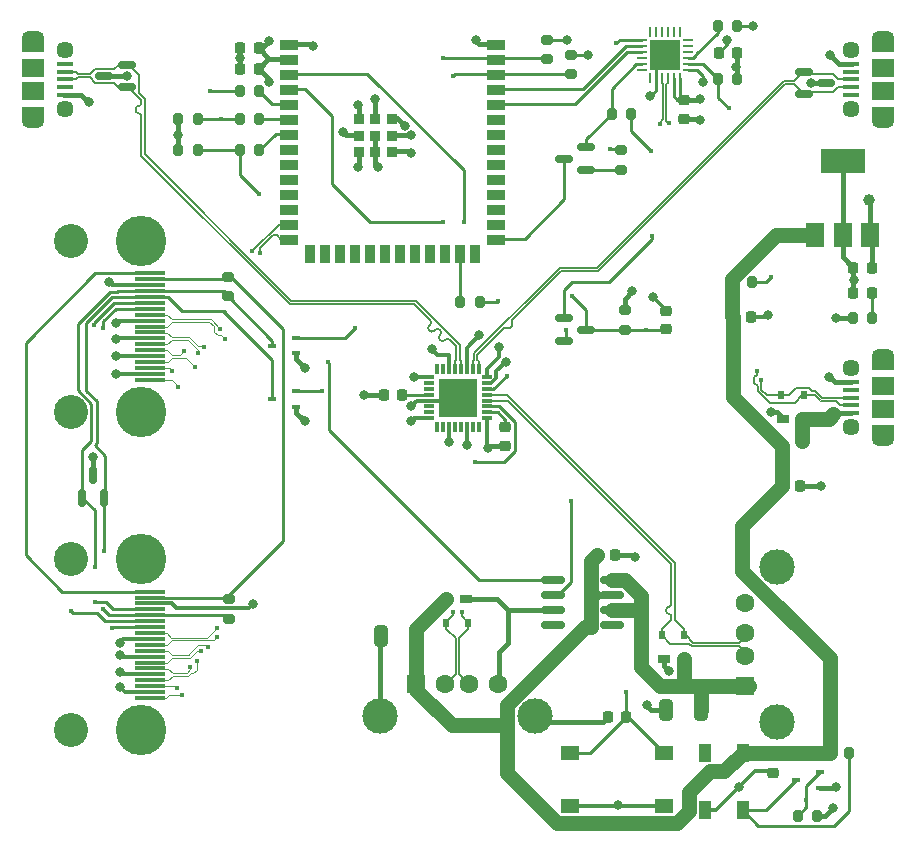
<source format=gtl>
G04 #@! TF.GenerationSoftware,KiCad,Pcbnew,(6.0.8)*
G04 #@! TF.CreationDate,2022-10-29T11:40:11-07:00*
G04 #@! TF.ProjectId,EasyKVM,45617379-4b56-44d2-9e6b-696361645f70,rev?*
G04 #@! TF.SameCoordinates,Original*
G04 #@! TF.FileFunction,Copper,L1,Top*
G04 #@! TF.FilePolarity,Positive*
%FSLAX46Y46*%
G04 Gerber Fmt 4.6, Leading zero omitted, Abs format (unit mm)*
G04 Created by KiCad (PCBNEW (6.0.8)) date 2022-10-29 11:40:11*
%MOMM*%
%LPD*%
G01*
G04 APERTURE LIST*
G04 Aperture macros list*
%AMRoundRect*
0 Rectangle with rounded corners*
0 $1 Rounding radius*
0 $2 $3 $4 $5 $6 $7 $8 $9 X,Y pos of 4 corners*
0 Add a 4 corners polygon primitive as box body*
4,1,4,$2,$3,$4,$5,$6,$7,$8,$9,$2,$3,0*
0 Add four circle primitives for the rounded corners*
1,1,$1+$1,$2,$3*
1,1,$1+$1,$4,$5*
1,1,$1+$1,$6,$7*
1,1,$1+$1,$8,$9*
0 Add four rect primitives between the rounded corners*
20,1,$1+$1,$2,$3,$4,$5,0*
20,1,$1+$1,$4,$5,$6,$7,0*
20,1,$1+$1,$6,$7,$8,$9,0*
20,1,$1+$1,$8,$9,$2,$3,0*%
G04 Aperture macros list end*
G04 #@! TA.AperFunction,SMDPad,CuDef*
%ADD10RoundRect,0.200000X0.200000X0.275000X-0.200000X0.275000X-0.200000X-0.275000X0.200000X-0.275000X0*%
G04 #@! TD*
G04 #@! TA.AperFunction,SMDPad,CuDef*
%ADD11RoundRect,0.200000X-0.275000X0.200000X-0.275000X-0.200000X0.275000X-0.200000X0.275000X0.200000X0*%
G04 #@! TD*
G04 #@! TA.AperFunction,SMDPad,CuDef*
%ADD12RoundRect,0.225000X-0.225000X-0.250000X0.225000X-0.250000X0.225000X0.250000X-0.225000X0.250000X0*%
G04 #@! TD*
G04 #@! TA.AperFunction,SMDPad,CuDef*
%ADD13R,2.600000X0.300000*%
G04 #@! TD*
G04 #@! TA.AperFunction,ComponentPad*
%ADD14C,4.275000*%
G04 #@! TD*
G04 #@! TA.AperFunction,ComponentPad*
%ADD15C,2.880000*%
G04 #@! TD*
G04 #@! TA.AperFunction,SMDPad,CuDef*
%ADD16RoundRect,0.225000X0.225000X0.250000X-0.225000X0.250000X-0.225000X-0.250000X0.225000X-0.250000X0*%
G04 #@! TD*
G04 #@! TA.AperFunction,SMDPad,CuDef*
%ADD17RoundRect,0.200000X-0.200000X-0.275000X0.200000X-0.275000X0.200000X0.275000X-0.200000X0.275000X0*%
G04 #@! TD*
G04 #@! TA.AperFunction,SMDPad,CuDef*
%ADD18RoundRect,0.225000X-0.250000X0.225000X-0.250000X-0.225000X0.250000X-0.225000X0.250000X0.225000X0*%
G04 #@! TD*
G04 #@! TA.AperFunction,SMDPad,CuDef*
%ADD19RoundRect,0.200000X0.275000X-0.200000X0.275000X0.200000X-0.275000X0.200000X-0.275000X-0.200000X0*%
G04 #@! TD*
G04 #@! TA.AperFunction,SMDPad,CuDef*
%ADD20R,1.000000X0.700000*%
G04 #@! TD*
G04 #@! TA.AperFunction,SMDPad,CuDef*
%ADD21R,0.600000X0.700000*%
G04 #@! TD*
G04 #@! TA.AperFunction,SMDPad,CuDef*
%ADD22R,1.350000X0.400000*%
G04 #@! TD*
G04 #@! TA.AperFunction,SMDPad,CuDef*
%ADD23R,1.900000X1.200000*%
G04 #@! TD*
G04 #@! TA.AperFunction,ComponentPad*
%ADD24O,1.900000X1.200000*%
G04 #@! TD*
G04 #@! TA.AperFunction,SMDPad,CuDef*
%ADD25R,1.900000X1.500000*%
G04 #@! TD*
G04 #@! TA.AperFunction,ComponentPad*
%ADD26C,1.450000*%
G04 #@! TD*
G04 #@! TA.AperFunction,SMDPad,CuDef*
%ADD27R,0.700000X0.450000*%
G04 #@! TD*
G04 #@! TA.AperFunction,ComponentPad*
%ADD28R,1.600000X1.500000*%
G04 #@! TD*
G04 #@! TA.AperFunction,ComponentPad*
%ADD29C,1.600000*%
G04 #@! TD*
G04 #@! TA.AperFunction,ComponentPad*
%ADD30C,3.000000*%
G04 #@! TD*
G04 #@! TA.AperFunction,ComponentPad*
%ADD31R,1.500000X1.600000*%
G04 #@! TD*
G04 #@! TA.AperFunction,SMDPad,CuDef*
%ADD32RoundRect,0.225000X0.250000X-0.225000X0.250000X0.225000X-0.250000X0.225000X-0.250000X-0.225000X0*%
G04 #@! TD*
G04 #@! TA.AperFunction,SMDPad,CuDef*
%ADD33RoundRect,0.150000X-0.587500X-0.150000X0.587500X-0.150000X0.587500X0.150000X-0.587500X0.150000X0*%
G04 #@! TD*
G04 #@! TA.AperFunction,SMDPad,CuDef*
%ADD34R,0.600000X0.450000*%
G04 #@! TD*
G04 #@! TA.AperFunction,SMDPad,CuDef*
%ADD35R,1.500000X2.000000*%
G04 #@! TD*
G04 #@! TA.AperFunction,SMDPad,CuDef*
%ADD36R,3.800000X2.000000*%
G04 #@! TD*
G04 #@! TA.AperFunction,SMDPad,CuDef*
%ADD37RoundRect,0.062500X0.062500X-0.350000X0.062500X0.350000X-0.062500X0.350000X-0.062500X-0.350000X0*%
G04 #@! TD*
G04 #@! TA.AperFunction,SMDPad,CuDef*
%ADD38RoundRect,0.062500X0.350000X-0.062500X0.350000X0.062500X-0.350000X0.062500X-0.350000X-0.062500X0*%
G04 #@! TD*
G04 #@! TA.AperFunction,SMDPad,CuDef*
%ADD39R,2.600000X2.600000*%
G04 #@! TD*
G04 #@! TA.AperFunction,SMDPad,CuDef*
%ADD40RoundRect,0.150000X0.587500X0.150000X-0.587500X0.150000X-0.587500X-0.150000X0.587500X-0.150000X0*%
G04 #@! TD*
G04 #@! TA.AperFunction,SMDPad,CuDef*
%ADD41R,0.850000X0.300000*%
G04 #@! TD*
G04 #@! TA.AperFunction,SMDPad,CuDef*
%ADD42R,0.300000X0.850000*%
G04 #@! TD*
G04 #@! TA.AperFunction,SMDPad,CuDef*
%ADD43R,3.200000X3.200000*%
G04 #@! TD*
G04 #@! TA.AperFunction,SMDPad,CuDef*
%ADD44RoundRect,0.150000X0.150000X-0.587500X0.150000X0.587500X-0.150000X0.587500X-0.150000X-0.587500X0*%
G04 #@! TD*
G04 #@! TA.AperFunction,SMDPad,CuDef*
%ADD45R,1.500000X0.900000*%
G04 #@! TD*
G04 #@! TA.AperFunction,SMDPad,CuDef*
%ADD46R,0.900000X1.500000*%
G04 #@! TD*
G04 #@! TA.AperFunction,SMDPad,CuDef*
%ADD47R,0.900000X0.900000*%
G04 #@! TD*
G04 #@! TA.AperFunction,SMDPad,CuDef*
%ADD48R,1.550000X1.300000*%
G04 #@! TD*
G04 #@! TA.AperFunction,SMDPad,CuDef*
%ADD49RoundRect,0.150000X-0.825000X-0.150000X0.825000X-0.150000X0.825000X0.150000X-0.825000X0.150000X0*%
G04 #@! TD*
G04 #@! TA.AperFunction,SMDPad,CuDef*
%ADD50RoundRect,0.250000X0.325000X0.650000X-0.325000X0.650000X-0.325000X-0.650000X0.325000X-0.650000X0*%
G04 #@! TD*
G04 #@! TA.AperFunction,SMDPad,CuDef*
%ADD51R,1.000000X1.500000*%
G04 #@! TD*
G04 #@! TA.AperFunction,SMDPad,CuDef*
%ADD52RoundRect,0.250000X-0.325000X-0.650000X0.325000X-0.650000X0.325000X0.650000X-0.325000X0.650000X0*%
G04 #@! TD*
G04 #@! TA.AperFunction,ViaPad*
%ADD53C,0.450000*%
G04 #@! TD*
G04 #@! TA.AperFunction,ViaPad*
%ADD54C,0.800000*%
G04 #@! TD*
G04 #@! TA.AperFunction,ViaPad*
%ADD55C,1.000000*%
G04 #@! TD*
G04 #@! TA.AperFunction,Conductor*
%ADD56C,0.250000*%
G04 #@! TD*
G04 #@! TA.AperFunction,Conductor*
%ADD57C,0.400000*%
G04 #@! TD*
G04 #@! TA.AperFunction,Conductor*
%ADD58C,1.270000*%
G04 #@! TD*
G04 #@! TA.AperFunction,Conductor*
%ADD59C,0.600000*%
G04 #@! TD*
G04 #@! TA.AperFunction,Conductor*
%ADD60C,0.300000*%
G04 #@! TD*
G04 #@! TA.AperFunction,Conductor*
%ADD61C,0.175006*%
G04 #@! TD*
G04 #@! TA.AperFunction,Conductor*
%ADD62C,0.125984*%
G04 #@! TD*
G04 APERTURE END LIST*
D10*
X166565000Y-123780000D03*
X164915000Y-123780000D03*
D11*
X145610000Y-123115000D03*
X145610000Y-124765000D03*
D12*
X158925000Y-138000000D03*
X160475000Y-138000000D03*
D13*
X105415000Y-128980000D03*
X105415000Y-128480000D03*
X105415000Y-127980000D03*
X105415000Y-127480000D03*
X105415000Y-126980000D03*
X105415000Y-126480000D03*
X105415000Y-125980000D03*
X105415000Y-125480000D03*
X105415000Y-124980000D03*
X105415000Y-124480000D03*
X105415000Y-123980000D03*
X105415000Y-123480000D03*
X105415000Y-122980000D03*
X105415000Y-122480000D03*
X105415000Y-121980000D03*
X105415000Y-121480000D03*
X105415000Y-120980000D03*
X105415000Y-120480000D03*
X105415000Y-119980000D03*
D14*
X104655000Y-117230000D03*
X104655000Y-131730000D03*
D15*
X98695000Y-117230000D03*
X98695000Y-131730000D03*
D10*
X164605000Y-160575000D03*
X162955000Y-160575000D03*
D16*
X145750000Y-157500000D03*
X144200000Y-157500000D03*
D17*
X144495000Y-106470000D03*
X146145000Y-106470000D03*
D18*
X135500000Y-133005000D03*
X135500000Y-134555000D03*
D12*
X143275000Y-143810000D03*
X144825000Y-143810000D03*
D19*
X112000000Y-121900000D03*
X112000000Y-120250000D03*
D20*
X159050000Y-132300000D03*
D21*
X160750000Y-132300000D03*
X160750000Y-130300000D03*
X158850000Y-130300000D03*
D10*
X109455000Y-109550000D03*
X107805000Y-109550000D03*
D22*
X164767500Y-131800000D03*
X164767500Y-131150000D03*
X164767500Y-130500000D03*
X164767500Y-129850000D03*
X164767500Y-129200000D03*
D23*
X167467500Y-133400000D03*
D24*
X167467500Y-134000000D03*
X167467500Y-127000000D03*
D25*
X167467500Y-129500000D03*
X167467500Y-131500000D03*
D26*
X164767500Y-133000000D03*
X164767500Y-128000000D03*
D23*
X167467500Y-127600000D03*
D13*
X105415000Y-155929500D03*
X105415000Y-155429500D03*
X105415000Y-154929500D03*
X105415000Y-154429500D03*
X105415000Y-153929500D03*
X105415000Y-153429500D03*
X105415000Y-152929500D03*
X105415000Y-152429500D03*
X105415000Y-151929500D03*
X105415000Y-151429500D03*
X105415000Y-150929500D03*
X105415000Y-150429500D03*
X105415000Y-149929500D03*
X105415000Y-149429500D03*
X105415000Y-148929500D03*
X105415000Y-148429500D03*
X105415000Y-147929500D03*
X105415000Y-147429500D03*
X105415000Y-146929500D03*
D14*
X104655000Y-144179500D03*
X104655000Y-158679500D03*
D15*
X98695000Y-144179500D03*
X98695000Y-158679500D03*
D17*
X107805000Y-106910000D03*
X109455000Y-106910000D03*
D22*
X98212500Y-102250000D03*
X98212500Y-102900000D03*
X98212500Y-103550000D03*
X98212500Y-104200000D03*
X98212500Y-104850000D03*
D25*
X95512500Y-102550000D03*
D23*
X95512500Y-106450000D03*
D24*
X95512500Y-100050000D03*
D26*
X98212500Y-101050000D03*
D24*
X95512500Y-107050000D03*
D25*
X95512500Y-104550000D03*
D23*
X95512500Y-100650000D03*
D26*
X98212500Y-106050000D03*
D27*
X117770000Y-131260000D03*
X117770000Y-129960000D03*
X115770000Y-130610000D03*
D28*
X127920000Y-154780000D03*
D29*
X130420000Y-154780000D03*
X132420000Y-154780000D03*
X134920000Y-154780000D03*
D30*
X124850000Y-157490000D03*
X137990000Y-157490000D03*
D31*
X155790000Y-154900000D03*
D29*
X155790000Y-152400000D03*
X155790000Y-150400000D03*
X155790000Y-147900000D03*
D30*
X158500000Y-144830000D03*
X158500000Y-157970000D03*
D12*
X153555000Y-101290000D03*
X155105000Y-101290000D03*
D32*
X149080000Y-124715000D03*
X149080000Y-123165000D03*
D19*
X139060000Y-101855000D03*
X139060000Y-100205000D03*
D16*
X114615000Y-100890000D03*
X113065000Y-100890000D03*
D10*
X155155000Y-103540000D03*
X153505000Y-103540000D03*
D17*
X113015000Y-106890000D03*
X114665000Y-106890000D03*
D20*
X148950000Y-152640000D03*
D21*
X150650000Y-152640000D03*
X150650000Y-150640000D03*
X148750000Y-150640000D03*
D33*
X140472500Y-123800000D03*
X140472500Y-125700000D03*
X142347500Y-124750000D03*
D17*
X160245000Y-165940000D03*
X161895000Y-165940000D03*
X131685000Y-122420000D03*
X133335000Y-122420000D03*
D34*
X158650000Y-134300000D03*
X160750000Y-134300000D03*
D35*
X161750000Y-116740000D03*
D36*
X164050000Y-110440000D03*
D35*
X164050000Y-116740000D03*
X166350000Y-116740000D03*
D32*
X158150000Y-162295000D03*
X158150000Y-160745000D03*
D27*
X162130000Y-163510000D03*
X162130000Y-162210000D03*
X160130000Y-162860000D03*
X117770000Y-126750000D03*
X117770000Y-125450000D03*
X115770000Y-126100000D03*
D19*
X112090000Y-149210000D03*
X112090000Y-147560000D03*
D22*
X164767500Y-104850000D03*
X164767500Y-104200000D03*
X164767500Y-103550000D03*
X164767500Y-102900000D03*
X164767500Y-102250000D03*
D24*
X167467500Y-100050000D03*
D25*
X167467500Y-104550000D03*
D26*
X164767500Y-106050000D03*
D24*
X167467500Y-107050000D03*
D26*
X164767500Y-101050000D03*
D23*
X167467500Y-100650000D03*
X167467500Y-106450000D03*
D25*
X167467500Y-102550000D03*
D17*
X113015000Y-109550000D03*
X114665000Y-109550000D03*
D12*
X125225000Y-130250000D03*
X126775000Y-130250000D03*
X164965000Y-121635000D03*
X166515000Y-121635000D03*
D19*
X141040000Y-103130000D03*
X141040000Y-101480000D03*
D37*
X147750000Y-103417500D03*
X148250000Y-103417500D03*
X148750000Y-103417500D03*
X149250000Y-103417500D03*
X149750000Y-103417500D03*
X150250000Y-103417500D03*
D38*
X150937500Y-102730000D03*
X150937500Y-102230000D03*
X150937500Y-101730000D03*
X150937500Y-101230000D03*
X150937500Y-100730000D03*
X150937500Y-100230000D03*
D37*
X150250000Y-99542500D03*
X149750000Y-99542500D03*
X149250000Y-99542500D03*
X148750000Y-99542500D03*
X148250000Y-99542500D03*
X147750000Y-99542500D03*
D38*
X147062500Y-100230000D03*
X147062500Y-100730000D03*
X147062500Y-101230000D03*
X147062500Y-101730000D03*
X147062500Y-102230000D03*
X147062500Y-102730000D03*
D39*
X149000000Y-101480000D03*
D40*
X103437500Y-104200000D03*
X103437500Y-102300000D03*
X101562500Y-103250000D03*
D41*
X133950000Y-132250000D03*
X133950000Y-131750000D03*
X133950000Y-131250000D03*
X133950000Y-130750000D03*
X133950000Y-130250000D03*
X133950000Y-129750000D03*
X133950000Y-129250000D03*
X133950000Y-128750000D03*
D42*
X133250000Y-128050000D03*
X132750000Y-128050000D03*
X132250000Y-128050000D03*
X131750000Y-128050000D03*
X131250000Y-128050000D03*
X130750000Y-128050000D03*
X130250000Y-128050000D03*
X129750000Y-128050000D03*
D41*
X129050000Y-128750000D03*
X129050000Y-129250000D03*
X129050000Y-129750000D03*
X129050000Y-130250000D03*
X129050000Y-130750000D03*
X129050000Y-131250000D03*
X129050000Y-131750000D03*
X129050000Y-132250000D03*
D42*
X129750000Y-132950000D03*
X130250000Y-132950000D03*
X130750000Y-132950000D03*
X131250000Y-132950000D03*
X131750000Y-132950000D03*
X132250000Y-132950000D03*
X132750000Y-132950000D03*
X133250000Y-132950000D03*
D43*
X131500000Y-130500000D03*
D44*
X99662500Y-138967500D03*
X101562500Y-138967500D03*
X100612500Y-137092500D03*
D17*
X154705000Y-120740000D03*
X156355000Y-120740000D03*
D45*
X117225000Y-100610000D03*
X117225000Y-101880000D03*
X117225000Y-103150000D03*
X117225000Y-104420000D03*
X117225000Y-105690000D03*
X117225000Y-106960000D03*
X117225000Y-108230000D03*
X117225000Y-109500000D03*
X117225000Y-110770000D03*
X117225000Y-112040000D03*
X117225000Y-113310000D03*
X117225000Y-114580000D03*
X117225000Y-115850000D03*
X117225000Y-117120000D03*
D46*
X118990000Y-118370000D03*
X120260000Y-118370000D03*
X121530000Y-118370000D03*
X122800000Y-118370000D03*
X124070000Y-118370000D03*
X125340000Y-118370000D03*
X126610000Y-118370000D03*
X127880000Y-118370000D03*
X129150000Y-118370000D03*
X130420000Y-118370000D03*
X131690000Y-118370000D03*
X132960000Y-118370000D03*
D45*
X134725000Y-117120000D03*
X134725000Y-115850000D03*
X134725000Y-114580000D03*
X134725000Y-113310000D03*
X134725000Y-112040000D03*
X134725000Y-110770000D03*
X134725000Y-109500000D03*
X134725000Y-108230000D03*
X134725000Y-106960000D03*
X134725000Y-105690000D03*
X134725000Y-104420000D03*
X134725000Y-103150000D03*
X134725000Y-101880000D03*
X134725000Y-100610000D03*
D47*
X124475000Y-108330000D03*
X124475000Y-106930000D03*
X125875000Y-109730000D03*
X124475000Y-109730000D03*
X123075000Y-108330000D03*
X123075000Y-106930000D03*
X125875000Y-108330000D03*
X123075000Y-109730000D03*
X125875000Y-106930000D03*
D48*
X141000000Y-165050000D03*
X148950000Y-165050000D03*
X148950000Y-160550000D03*
X141000000Y-160550000D03*
D16*
X114615000Y-102640000D03*
X113065000Y-102640000D03*
D33*
X160762500Y-102925000D03*
X160762500Y-104825000D03*
X162637500Y-103875000D03*
D17*
X113015000Y-104520000D03*
X114665000Y-104520000D03*
D10*
X155155000Y-99040000D03*
X153505000Y-99040000D03*
D49*
X139575000Y-145955000D03*
X139575000Y-147225000D03*
X139575000Y-148495000D03*
X139575000Y-149765000D03*
X144525000Y-149765000D03*
X144525000Y-148495000D03*
X144525000Y-147225000D03*
X144525000Y-145955000D03*
D40*
X142347500Y-111215000D03*
X142347500Y-109315000D03*
X140472500Y-110265000D03*
D50*
X127925000Y-150650000D03*
X124975000Y-150650000D03*
D11*
X145320000Y-109565000D03*
X145320000Y-111215000D03*
D51*
X152405000Y-165450000D03*
X155605000Y-165450000D03*
X155605000Y-160550000D03*
X152405000Y-160550000D03*
D16*
X156305000Y-123680000D03*
X154755000Y-123680000D03*
D20*
X132175000Y-147540000D03*
D21*
X130475000Y-147540000D03*
X130475000Y-149540000D03*
X132375000Y-149540000D03*
D12*
X164965000Y-119490000D03*
X166515000Y-119490000D03*
D18*
X150600000Y-105325000D03*
X150600000Y-106875000D03*
D52*
X149100000Y-156970000D03*
X152050000Y-156970000D03*
D53*
X160990000Y-164580000D03*
X134875000Y-122345000D03*
D54*
X118500000Y-128000000D03*
X156500000Y-99000000D03*
D55*
X166250000Y-113750000D03*
D54*
X115500000Y-100318500D03*
X115500000Y-103750000D03*
X152000000Y-105250000D03*
X152250000Y-103750000D03*
X140750000Y-100250000D03*
X163250000Y-165250000D03*
X142500000Y-101500000D03*
X163500000Y-123750000D03*
X146250000Y-121500000D03*
X154250000Y-100250000D03*
X163500000Y-163500000D03*
X118500000Y-132500000D03*
D53*
X147440000Y-124750000D03*
X141170000Y-121930000D03*
X145710000Y-155400000D03*
X131970000Y-115640000D03*
X140610000Y-124780000D03*
X144350000Y-109460000D03*
X144910000Y-100490000D03*
X158000000Y-120290000D03*
X154420000Y-106020000D03*
X147850000Y-109600000D03*
X147930000Y-116810000D03*
D54*
X123000000Y-105750000D03*
X124500000Y-105250000D03*
X127500000Y-131250000D03*
X147455000Y-156550000D03*
X103500000Y-103250000D03*
X133291782Y-125230816D03*
X113000000Y-101750000D03*
X146500000Y-144000000D03*
X127750000Y-128750000D03*
X121750000Y-108000000D03*
X129260000Y-126420000D03*
X127500000Y-109750000D03*
X114100000Y-148000000D03*
X102850000Y-151250000D03*
X135530483Y-127469517D03*
X147750000Y-105000000D03*
X155250000Y-163500000D03*
X102850000Y-152250000D03*
X102850000Y-155000000D03*
X102850000Y-153750000D03*
X148000000Y-122000000D03*
X161353374Y-103861003D03*
X100250000Y-105500000D03*
X102540000Y-125500000D03*
X127500000Y-108250000D03*
X157750000Y-123500000D03*
X133000000Y-100250000D03*
X107750000Y-108250000D03*
X102540000Y-127000000D03*
X130750000Y-134250000D03*
X134000000Y-134750000D03*
X119250000Y-100750000D03*
X145000000Y-165000000D03*
X134950000Y-126220000D03*
X165000000Y-120500000D03*
X124750000Y-111000000D03*
X132250000Y-134500000D03*
X127500000Y-132500000D03*
X162250000Y-138000000D03*
X152000000Y-107000000D03*
X155000000Y-102500000D03*
X102540000Y-124156904D03*
X123500000Y-130250000D03*
X158000000Y-131750000D03*
X127000000Y-107500000D03*
X100600000Y-135500000D03*
X162930000Y-128750000D03*
X163000000Y-101500000D03*
X149361500Y-153611500D03*
X123000000Y-111000000D03*
X101980000Y-120749500D03*
X102540000Y-128500000D03*
D53*
X132950000Y-135920000D03*
X111400000Y-106890000D03*
X122740000Y-124640000D03*
X131060000Y-103250000D03*
X100720000Y-147810000D03*
X100750000Y-144850000D03*
X101444760Y-148415240D03*
X101530000Y-143460000D03*
X119990000Y-129920000D03*
X130200000Y-101780000D03*
X135600000Y-128640000D03*
X110510000Y-104520000D03*
X114660000Y-113280000D03*
X120470000Y-127480000D03*
X156770504Y-128239496D03*
X149350000Y-107250000D03*
X157136507Y-129000000D03*
X148560616Y-107328462D03*
X131793503Y-148614186D03*
X114740000Y-118270000D03*
X114063027Y-118078630D03*
X131090000Y-148614186D03*
X107791492Y-129569895D03*
X108131555Y-155636673D03*
X107300000Y-128220000D03*
X107728508Y-155060072D03*
X109219500Y-127890000D03*
X109390000Y-152800000D03*
X108310000Y-126573421D03*
X108840392Y-153298340D03*
X109470000Y-126690000D03*
X109712547Y-151965974D03*
X110308906Y-151592784D03*
X109946311Y-126172271D03*
X111107893Y-150757893D03*
X111740000Y-125560000D03*
X111100000Y-150000000D03*
X111367429Y-124692571D03*
X101440000Y-124600000D03*
X102200000Y-150041000D03*
X100689937Y-124379937D03*
X98750000Y-148560000D03*
X130240000Y-115620000D03*
X141080000Y-139230000D03*
D56*
X131690000Y-122415000D02*
X131690000Y-118300000D01*
X134800000Y-122420000D02*
X134875000Y-122345000D01*
X133335000Y-122420000D02*
X134800000Y-122420000D01*
X160990000Y-165195000D02*
X160245000Y-165940000D01*
X160990000Y-163350000D02*
X162130000Y-162210000D01*
X160990000Y-164580000D02*
X160990000Y-165195000D01*
X160990000Y-164580000D02*
X160990000Y-163350000D01*
D57*
X150600000Y-105325000D02*
X151925000Y-105325000D01*
X114928500Y-100890000D02*
X114615000Y-100890000D01*
D56*
X154250000Y-100595000D02*
X153555000Y-101290000D01*
D57*
X117770000Y-131260000D02*
X117770000Y-131770000D01*
X166515000Y-119490000D02*
X166515000Y-116905000D01*
X145610000Y-122140000D02*
X146250000Y-121500000D01*
X166350000Y-116740000D02*
X166350000Y-113850000D01*
D56*
X139060000Y-100205000D02*
X140455000Y-100205000D01*
D57*
X162560000Y-165940000D02*
X163250000Y-165250000D01*
D56*
X150250000Y-103417500D02*
X150250000Y-104975000D01*
D57*
X151925000Y-105325000D02*
X152000000Y-105250000D01*
X115445000Y-101720000D02*
X114615000Y-100890000D01*
X115445000Y-101810000D02*
X114615000Y-102640000D01*
D56*
X150937500Y-102730000D02*
X151730000Y-102730000D01*
D57*
X115500000Y-100318500D02*
X114928500Y-100890000D01*
X163490000Y-163510000D02*
X163500000Y-163500000D01*
D56*
X149750000Y-105000000D02*
X150075000Y-105325000D01*
D57*
X166350000Y-113850000D02*
X166250000Y-113750000D01*
X115500000Y-103525000D02*
X114615000Y-102640000D01*
D56*
X140455000Y-100205000D02*
X140500000Y-100250000D01*
D57*
X115445000Y-101810000D02*
X115445000Y-101720000D01*
X115500000Y-103750000D02*
X115500000Y-103525000D01*
D56*
X150075000Y-105325000D02*
X150600000Y-105325000D01*
D57*
X117770000Y-126750000D02*
X117770000Y-127270000D01*
D56*
X154250000Y-100250000D02*
X154250000Y-100595000D01*
X149750000Y-103417500D02*
X149750000Y-105000000D01*
D57*
X117770000Y-127270000D02*
X118500000Y-128000000D01*
X117225000Y-101810000D02*
X115445000Y-101810000D01*
X163530000Y-123780000D02*
X163500000Y-123750000D01*
X164915000Y-123780000D02*
X163530000Y-123780000D01*
D56*
X151730000Y-102730000D02*
X152250000Y-103250000D01*
D57*
X145610000Y-123115000D02*
X145610000Y-122140000D01*
D56*
X150250000Y-104975000D02*
X150600000Y-105325000D01*
D57*
X117770000Y-131770000D02*
X118500000Y-132500000D01*
D56*
X152250000Y-103250000D02*
X152250000Y-103750000D01*
D57*
X161895000Y-165940000D02*
X162560000Y-165940000D01*
D56*
X156500000Y-99000000D02*
X155195000Y-99000000D01*
X141040000Y-101480000D02*
X142480000Y-101480000D01*
D57*
X162130000Y-163510000D02*
X163490000Y-163510000D01*
D56*
X142347500Y-123107500D02*
X141170000Y-121930000D01*
X131970000Y-111240000D02*
X123810000Y-103080000D01*
X141000000Y-160550000D02*
X142700000Y-160550000D01*
X145750000Y-155440000D02*
X145710000Y-155400000D01*
X142700000Y-160550000D02*
X145750000Y-157500000D01*
X147440000Y-124750000D02*
X149045000Y-124750000D01*
X142347500Y-124750000D02*
X147440000Y-124750000D01*
X148950000Y-160550000D02*
X145900000Y-157500000D01*
X142347500Y-124750000D02*
X142347500Y-123107500D01*
X123810000Y-103080000D02*
X117225000Y-103080000D01*
X131970000Y-115640000D02*
X131970000Y-111240000D01*
X145750000Y-157500000D02*
X145750000Y-155440000D01*
X140610000Y-124780000D02*
X140610000Y-125562500D01*
X144350000Y-109460000D02*
X145215000Y-109460000D01*
X145170000Y-100230000D02*
X144910000Y-100490000D01*
X147062500Y-100230000D02*
X145170000Y-100230000D01*
X145320000Y-111215000D02*
X142347500Y-111215000D01*
X166565000Y-123780000D02*
X166565000Y-121685000D01*
X151398008Y-101730000D02*
X151675000Y-101453008D01*
X151675000Y-101453008D02*
X151675000Y-101435000D01*
X150937500Y-101730000D02*
X151398008Y-101730000D01*
X153505000Y-99605000D02*
X153505000Y-99040000D01*
X151675000Y-101435000D02*
X153505000Y-99605000D01*
D58*
X151070000Y-163865000D02*
X152795000Y-162140000D01*
X152795000Y-162140000D02*
X154015000Y-162140000D01*
X135655000Y-156515000D02*
X135655000Y-162320000D01*
X139870000Y-166535000D02*
X150075000Y-166535000D01*
X142715000Y-147445000D02*
X142715000Y-149927811D01*
X158925000Y-134575000D02*
X158650000Y-134300000D01*
X130945000Y-158260000D02*
X135660000Y-158260000D01*
X158925000Y-138000000D02*
X155520000Y-141405000D01*
X127925000Y-150650000D02*
X127925000Y-150090000D01*
X158925000Y-138000000D02*
X158925000Y-134575000D01*
D59*
X144525000Y-147225000D02*
X142935000Y-147225000D01*
D58*
X162955000Y-152587189D02*
X162955000Y-160575000D01*
X150075000Y-166535000D02*
X151070000Y-165540000D01*
X142715000Y-149927811D02*
X142715000Y-144370000D01*
X160110000Y-160550000D02*
X162930000Y-160550000D01*
X127925000Y-150090000D02*
X130475000Y-147540000D01*
X127925000Y-155240000D02*
X130945000Y-158260000D01*
X135655000Y-162320000D02*
X139870000Y-166535000D01*
X160110000Y-160550000D02*
X155605000Y-160550000D01*
X142935000Y-147225000D02*
X142715000Y-147445000D01*
X155520000Y-141405000D02*
X155520000Y-145152189D01*
X154755000Y-130405000D02*
X158650000Y-134300000D01*
X142715000Y-144370000D02*
X143275000Y-143810000D01*
X158000000Y-160550000D02*
X160110000Y-160550000D01*
X142242189Y-149927811D02*
X135655000Y-156515000D01*
X161750000Y-116740000D02*
X158416289Y-116740000D01*
X127925000Y-155240000D02*
X127925000Y-150650000D01*
X158416289Y-116740000D02*
X154705000Y-120451289D01*
X154705000Y-123630000D02*
X154755000Y-123680000D01*
X154755000Y-123680000D02*
X154755000Y-130405000D01*
X162930000Y-160550000D02*
X162955000Y-160575000D01*
X155520000Y-145152189D02*
X162955000Y-152587189D01*
X142715000Y-149927811D02*
X142242189Y-149927811D01*
X154015000Y-162140000D02*
X155605000Y-160550000D01*
X154705000Y-120740000D02*
X154705000Y-123630000D01*
X154705000Y-120451289D02*
X154705000Y-120740000D01*
X151070000Y-165540000D02*
X151070000Y-163865000D01*
D56*
X156355000Y-120740000D02*
X157550000Y-120740000D01*
X153505000Y-103540000D02*
X153505000Y-105105000D01*
X152195000Y-102230000D02*
X153505000Y-103540000D01*
X150937500Y-102230000D02*
X152195000Y-102230000D01*
X153505000Y-105105000D02*
X154420000Y-106020000D01*
X157550000Y-120740000D02*
X158000000Y-120290000D01*
X144495000Y-106470000D02*
X144495000Y-104336992D01*
X142347500Y-109315000D02*
X142347500Y-108617500D01*
X142347500Y-108617500D02*
X144495000Y-106470000D01*
X144495000Y-104336992D02*
X146601992Y-102230000D01*
X146601992Y-102230000D02*
X147062500Y-102230000D01*
X140472500Y-123800000D02*
X140472500Y-121397500D01*
X147930000Y-117060000D02*
X147930000Y-116810000D01*
X144280000Y-120710000D02*
X147930000Y-117060000D01*
X140472500Y-121397500D02*
X141160000Y-120710000D01*
X146145000Y-107895000D02*
X147850000Y-109600000D01*
X146145000Y-106470000D02*
X146145000Y-107895000D01*
X141160000Y-120710000D02*
X144280000Y-120710000D01*
D60*
X103029500Y-152429500D02*
X102850000Y-152250000D01*
D57*
X124855000Y-150770000D02*
X124855000Y-157950000D01*
X127410000Y-109660000D02*
X127500000Y-109750000D01*
D60*
X149080000Y-123080000D02*
X148000000Y-122000000D01*
D57*
X146310000Y-143810000D02*
X146500000Y-144000000D01*
X149361500Y-153611500D02*
X148950000Y-153200000D01*
D60*
X156650000Y-162100000D02*
X153300000Y-165450000D01*
X105415000Y-152429500D02*
X103029500Y-152429500D01*
X107640000Y-148310000D02*
X107259500Y-147929500D01*
D57*
X164777500Y-129200000D02*
X163380000Y-129200000D01*
X133290000Y-100540000D02*
X133000000Y-100250000D01*
X125875000Y-108260000D02*
X127490000Y-108260000D01*
D60*
X103295500Y-155429500D02*
X103287500Y-155437500D01*
X158000000Y-162100000D02*
X156650000Y-162100000D01*
D57*
X124475000Y-110725000D02*
X124750000Y-111000000D01*
D60*
X133950000Y-128050000D02*
X133950000Y-128750000D01*
X114100000Y-148000000D02*
X113790000Y-148310000D01*
D57*
X160475000Y-138000000D02*
X162250000Y-138000000D01*
D60*
X105415000Y-150929500D02*
X103170500Y-150929500D01*
X133291782Y-125230816D02*
X132250000Y-126272598D01*
D57*
X161367371Y-103875000D02*
X162637500Y-103875000D01*
D60*
X103170500Y-150929500D02*
X102850000Y-151250000D01*
D57*
X144825000Y-143810000D02*
X146310000Y-143810000D01*
X125875000Y-106860000D02*
X126360000Y-106860000D01*
X113065000Y-100890000D02*
X113065000Y-102640000D01*
X134195000Y-134555000D02*
X134000000Y-134750000D01*
D60*
X141000000Y-165050000D02*
X148950000Y-165050000D01*
D57*
X164050000Y-118575000D02*
X164965000Y-119490000D01*
X147455000Y-156550000D02*
X147875000Y-156970000D01*
D60*
X130750000Y-132950000D02*
X130750000Y-134250000D01*
X129720000Y-126880000D02*
X129260000Y-126420000D01*
X130750000Y-126880000D02*
X129720000Y-126880000D01*
X105415000Y-153929500D02*
X103029500Y-153929500D01*
D57*
X164965000Y-121635000D02*
X164965000Y-119490000D01*
D60*
X103029500Y-153929500D02*
X102850000Y-153750000D01*
D57*
X134725000Y-100540000D02*
X133290000Y-100540000D01*
X123075000Y-108260000D02*
X122010000Y-108260000D01*
D60*
X129050000Y-130750000D02*
X128000000Y-130750000D01*
X133950000Y-132250000D02*
X133950000Y-134700000D01*
X133950000Y-134700000D02*
X134000000Y-134750000D01*
X157570000Y-123680000D02*
X157750000Y-123500000D01*
X128000000Y-130750000D02*
X127500000Y-131250000D01*
D57*
X164050000Y-116740000D02*
X164050000Y-110440000D01*
D56*
X148250000Y-103417500D02*
X148250000Y-102230000D01*
D57*
X124475000Y-108260000D02*
X124475000Y-109660000D01*
X134925000Y-152075000D02*
X135750000Y-151250000D01*
X125225000Y-130250000D02*
X123500000Y-130250000D01*
D60*
X102560000Y-126980000D02*
X102540000Y-127000000D01*
D57*
X163380000Y-129200000D02*
X162930000Y-128750000D01*
X134790000Y-147540000D02*
X135750000Y-148500000D01*
D60*
X105415000Y-155429500D02*
X103295500Y-155429500D01*
D57*
X148950000Y-153200000D02*
X148950000Y-152640000D01*
D60*
X127750000Y-132250000D02*
X127500000Y-132500000D01*
D57*
X144200000Y-157500000D02*
X143750000Y-157950000D01*
X134925000Y-155240000D02*
X134925000Y-152075000D01*
D60*
X103037500Y-153937500D02*
X102850000Y-153750000D01*
D57*
X124475000Y-106860000D02*
X124475000Y-105525000D01*
D60*
X105415000Y-126980000D02*
X102560000Y-126980000D01*
D57*
X132175000Y-147540000D02*
X134790000Y-147540000D01*
X99600000Y-104850000D02*
X100250000Y-105500000D01*
D60*
X129050000Y-128750000D02*
X127750000Y-128750000D01*
D57*
X143750000Y-157950000D02*
X137995000Y-157950000D01*
D60*
X102716904Y-123980000D02*
X102540000Y-124156904D01*
X105415000Y-120980000D02*
X102210500Y-120980000D01*
X132250000Y-132950000D02*
X132250000Y-134500000D01*
X107259500Y-147929500D02*
X105415000Y-147929500D01*
D57*
X117225000Y-100540000D02*
X119040000Y-100540000D01*
D60*
X105415000Y-128480000D02*
X102560000Y-128480000D01*
X105415000Y-125480000D02*
X102560000Y-125480000D01*
X134750000Y-128818248D02*
X134318248Y-129250000D01*
X153300000Y-165450000D02*
X152405000Y-165450000D01*
D57*
X164050000Y-116740000D02*
X164050000Y-118575000D01*
D60*
X134318248Y-129250000D02*
X133950000Y-129250000D01*
D57*
X155105000Y-101290000D02*
X155105000Y-103490000D01*
D60*
X102560000Y-128480000D02*
X102540000Y-128500000D01*
D57*
X124475000Y-109660000D02*
X124475000Y-110725000D01*
X135500000Y-134555000D02*
X134195000Y-134555000D01*
D60*
X102210500Y-120980000D02*
X101980000Y-120749500D01*
D57*
X123075000Y-109660000D02*
X123075000Y-110925000D01*
D60*
X103287500Y-155437500D02*
X102850000Y-155000000D01*
X135530483Y-127469517D02*
X134750000Y-128250000D01*
X113790000Y-148310000D02*
X107640000Y-148310000D01*
D57*
X151875000Y-106875000D02*
X152000000Y-107000000D01*
X126360000Y-106860000D02*
X127000000Y-107500000D01*
D60*
X130750000Y-128050000D02*
X130750000Y-126880000D01*
D57*
X123075000Y-110925000D02*
X123000000Y-111000000D01*
D60*
X132250000Y-126272598D02*
X132250000Y-128050000D01*
X102560000Y-125480000D02*
X102540000Y-125500000D01*
D57*
X122010000Y-108260000D02*
X121750000Y-108000000D01*
X101562500Y-103250000D02*
X103500000Y-103250000D01*
X124475000Y-105525000D02*
X124500000Y-105500000D01*
D60*
X105415000Y-123980000D02*
X102716904Y-123980000D01*
D57*
X163750000Y-102250000D02*
X163000000Y-101500000D01*
D60*
X129050000Y-130750000D02*
X131250000Y-130750000D01*
X134750000Y-128250000D02*
X134750000Y-128818248D01*
D57*
X147875000Y-156970000D02*
X149100000Y-156970000D01*
D60*
X134950000Y-126220000D02*
X134950000Y-127050000D01*
X129050000Y-132250000D02*
X127750000Y-132250000D01*
D57*
X135750000Y-148500000D02*
X139570000Y-148500000D01*
X164847500Y-102250000D02*
X163750000Y-102250000D01*
D60*
X102850000Y-152250000D02*
X103037500Y-152437500D01*
D57*
X135750000Y-151250000D02*
X135750000Y-148500000D01*
X98137500Y-104850000D02*
X99600000Y-104850000D01*
X150600000Y-106875000D02*
X151875000Y-106875000D01*
X161353374Y-103861003D02*
X161367371Y-103875000D01*
X159050000Y-132300000D02*
X158500000Y-131750000D01*
X125875000Y-109660000D02*
X127410000Y-109660000D01*
X107805000Y-109550000D02*
X107805000Y-106910000D01*
X123075000Y-106860000D02*
X123075000Y-105925000D01*
D60*
X134950000Y-127050000D02*
X133950000Y-128050000D01*
D57*
X119040000Y-100540000D02*
X119250000Y-100750000D01*
D60*
X156305000Y-123680000D02*
X157570000Y-123680000D01*
D57*
X158500000Y-131750000D02*
X158000000Y-131750000D01*
X100612500Y-137092500D02*
X100612500Y-135512500D01*
D56*
X148250000Y-104500000D02*
X147750000Y-105000000D01*
X148250000Y-103417500D02*
X148250000Y-104500000D01*
X113015000Y-106890000D02*
X111400000Y-106890000D01*
X135410000Y-135920000D02*
X132950000Y-135920000D01*
X136300000Y-132552183D02*
X136300000Y-135030000D01*
X136300000Y-135030000D02*
X135410000Y-135920000D01*
X111400000Y-106890000D02*
X109475000Y-106890000D01*
X133950000Y-131250000D02*
X134997817Y-131250000D01*
X134997817Y-131250000D02*
X136300000Y-132552183D01*
X117225000Y-106890000D02*
X114665000Y-106890000D01*
X122740000Y-124640000D02*
X121930000Y-125450000D01*
X121930000Y-125450000D02*
X117770000Y-125450000D01*
X131230000Y-103080000D02*
X140990000Y-103080000D01*
X134725000Y-103080000D02*
X131230000Y-103080000D01*
X131230000Y-103080000D02*
X131060000Y-103250000D01*
X105335000Y-148437500D02*
X102321205Y-148437500D01*
X100750000Y-140055000D02*
X100750000Y-144850000D01*
X112100000Y-121900000D02*
X111688000Y-121488000D01*
X99320000Y-129858913D02*
X100460000Y-130998913D01*
X100460000Y-134140000D02*
X99662500Y-134937500D01*
X102643604Y-121570000D02*
X102010000Y-121570000D01*
X112000000Y-121900000D02*
X115770000Y-125670000D01*
X102321205Y-148437500D02*
X101693705Y-147810000D01*
X100460000Y-130998913D02*
X100460000Y-134140000D01*
X111688000Y-121488000D02*
X102725604Y-121488000D01*
X101693705Y-147810000D02*
X100720000Y-147810000D01*
X102725604Y-121488000D02*
X102643604Y-121570000D01*
X102010000Y-121570000D02*
X99320000Y-124260000D01*
X99662500Y-138967500D02*
X100750000Y-140055000D01*
X99662500Y-134937500D02*
X99662500Y-138967500D01*
X115770000Y-125670000D02*
X115770000Y-126100000D01*
X99320000Y-124260000D02*
X99320000Y-129858913D01*
X105335000Y-147437500D02*
X111967500Y-147437500D01*
X112240000Y-120250000D02*
X116650000Y-124660000D01*
X116650000Y-142655000D02*
X111990000Y-147315000D01*
X105335000Y-120488000D02*
X111862000Y-120488000D01*
X116650000Y-124660000D02*
X116650000Y-142655000D01*
X102830000Y-122020000D02*
X102196396Y-122020000D01*
X106935000Y-121988000D02*
X102862000Y-121988000D01*
X101444760Y-148415240D02*
X101967020Y-148937500D01*
X100000000Y-124216396D02*
X100000000Y-129902517D01*
X102196396Y-122020000D02*
X100000000Y-124216396D01*
X101967020Y-148937500D02*
X105335000Y-148937500D01*
X108117000Y-123170000D02*
X106935000Y-121988000D01*
X105335000Y-148937500D02*
X111817500Y-148937500D01*
X100000000Y-129902517D02*
X100910000Y-130812517D01*
X101562500Y-143427500D02*
X101562500Y-138967500D01*
X102862000Y-121988000D02*
X102830000Y-122020000D01*
X115770000Y-127310000D02*
X115770000Y-130610000D01*
X111630000Y-123170000D02*
X115770000Y-127310000D01*
X111730000Y-123170000D02*
X108117000Y-123170000D01*
X100910000Y-130812517D02*
X100910000Y-134326396D01*
X100719035Y-134517362D02*
X101610000Y-135408327D01*
X101530000Y-143460000D02*
X101562500Y-143427500D01*
X100910000Y-134326396D02*
X100719035Y-134517362D01*
X101610000Y-135408327D02*
X101610000Y-138920000D01*
X117770000Y-129960000D02*
X119950000Y-129960000D01*
X130200000Y-101780000D02*
X134695000Y-101780000D01*
X130210000Y-101770000D02*
X138975000Y-101770000D01*
X130200000Y-101780000D02*
X130210000Y-101770000D01*
X119950000Y-129960000D02*
X119990000Y-129920000D01*
X133950000Y-129750000D02*
X134490000Y-129750000D01*
X113015000Y-104520000D02*
X110510000Y-104520000D01*
X134490000Y-129750000D02*
X135600000Y-128640000D01*
X115765000Y-105620000D02*
X117225000Y-105620000D01*
X114665000Y-104520000D02*
X115765000Y-105620000D01*
X157540000Y-165450000D02*
X155605000Y-165450000D01*
X163330000Y-166740000D02*
X156895000Y-166740000D01*
X164600000Y-160580000D02*
X164600000Y-165470000D01*
X160130000Y-162860000D02*
X157540000Y-165450000D01*
X164600000Y-165470000D02*
X163330000Y-166740000D01*
X156895000Y-166740000D02*
X155605000Y-165450000D01*
X140472500Y-113707500D02*
X137130000Y-117050000D01*
X137130000Y-117050000D02*
X134725000Y-117050000D01*
X140472500Y-110265000D02*
X140472500Y-113707500D01*
D58*
X151910000Y-154900000D02*
X151020000Y-154900000D01*
X152050000Y-155040000D02*
X151910000Y-154900000D01*
X156165000Y-154900000D02*
X151910000Y-154900000D01*
X148570000Y-154900000D02*
X147000000Y-153330000D01*
X144525000Y-148495000D02*
X146595000Y-148495000D01*
X145623000Y-145955000D02*
X144525000Y-145955000D01*
X150650000Y-154530000D02*
X151020000Y-154900000D01*
X152050000Y-156970000D02*
X152050000Y-155040000D01*
X147000000Y-153330000D02*
X147000000Y-147332000D01*
X147000000Y-147332000D02*
X145623000Y-145955000D01*
X150650000Y-152640000D02*
X150650000Y-154530000D01*
X151020000Y-154900000D02*
X148570000Y-154900000D01*
D61*
X149838303Y-144472360D02*
X149838303Y-149303302D01*
X151391697Y-151261697D02*
X155303303Y-151261697D01*
X149838303Y-149303302D02*
X150650000Y-150114999D01*
X134012497Y-130312497D02*
X135678440Y-130312497D01*
X135678440Y-130312497D02*
X149838303Y-144472360D01*
X150650000Y-150114999D02*
X150650000Y-150640000D01*
X150770000Y-150640000D02*
X151391697Y-151261697D01*
X155303303Y-151261697D02*
X156165000Y-150400000D01*
X149561697Y-147982483D02*
X149561697Y-147828303D01*
X149561697Y-149303302D02*
X149561697Y-149028303D01*
X135724763Y-130750000D02*
X133950000Y-130750000D01*
X151058820Y-151320000D02*
X151277123Y-151538303D01*
X148750000Y-150114999D02*
X149561697Y-149303302D01*
X148750000Y-150640000D02*
X149430000Y-151320000D01*
X149338787Y-148805393D02*
X149338786Y-148805393D01*
X155303303Y-151538303D02*
X156165000Y-152400000D01*
X149561697Y-147828303D02*
X149561697Y-144586934D01*
X149338786Y-148205393D02*
X149338787Y-148205393D01*
X149430000Y-151320000D02*
X151058820Y-151320000D01*
X149115876Y-148582483D02*
X149115876Y-148428303D01*
X148750000Y-150640000D02*
X148750000Y-150114999D01*
X151277123Y-151538303D02*
X155303303Y-151538303D01*
X149561697Y-144586934D02*
X135724763Y-130750000D01*
X149561693Y-147982483D02*
G75*
G02*
X149338787Y-148205393I-222893J-17D01*
G01*
X149115907Y-148582483D02*
G75*
G03*
X149338786Y-148805393I222893J-17D01*
G01*
X149338787Y-148805403D02*
G75*
G02*
X149561697Y-149028303I13J-222897D01*
G01*
X149338786Y-148205376D02*
G75*
G03*
X149115876Y-148428303I14J-222924D01*
G01*
D56*
X133285000Y-145955000D02*
X120594000Y-133264000D01*
X113015000Y-111635000D02*
X114660000Y-113280000D01*
X120594000Y-133264000D02*
X120594000Y-127604000D01*
X109455000Y-109550000D02*
X113015000Y-109550000D01*
X113015000Y-109550000D02*
X113015000Y-111635000D01*
X120594000Y-127604000D02*
X120470000Y-127480000D01*
X139575000Y-145955000D02*
X133285000Y-145955000D01*
D61*
X104194353Y-106173394D02*
X104194353Y-106052434D01*
X129048811Y-124411334D02*
X129120146Y-124340000D01*
X102740000Y-104200000D02*
X103437500Y-104200000D01*
X129120146Y-123915736D02*
X129120147Y-123915737D01*
X129968675Y-124764265D02*
X129968676Y-124764266D01*
X131250000Y-127412499D02*
X131361697Y-127300802D01*
X100313303Y-103363303D02*
X100787503Y-103837503D01*
X129120147Y-123915737D02*
X127792713Y-122588303D01*
X130392939Y-125612794D02*
X130392316Y-125613418D01*
X129544411Y-124764265D02*
X129544410Y-124764265D01*
X129968051Y-125189153D02*
X129968051Y-125189152D01*
X131250000Y-128050000D02*
X131250000Y-127412499D01*
X104673394Y-110018984D02*
X104673394Y-106652434D01*
X99336698Y-103363303D02*
X100313303Y-103363303D01*
X129544410Y-124764265D02*
X129473076Y-124835600D01*
X100787503Y-103837503D02*
X102377503Y-103837503D01*
X104673394Y-105323394D02*
X103550000Y-104200000D01*
X131361697Y-126157287D02*
X130817205Y-125612795D01*
X102377503Y-103837503D02*
X102740000Y-104200000D01*
X117242713Y-122588303D02*
X104673394Y-110018984D01*
X98137500Y-103550000D02*
X99150001Y-103550000D01*
X104673394Y-105573394D02*
X104673394Y-105323394D01*
X131361697Y-127300802D02*
X131361697Y-126157287D01*
X129968051Y-125189152D02*
X129968675Y-125188529D01*
X104433873Y-105812914D02*
X104433874Y-105812914D01*
X130392940Y-125612794D02*
X130392939Y-125612794D01*
X99150001Y-103550000D02*
X99336698Y-103363303D01*
X104433874Y-106412914D02*
X104433873Y-106412914D01*
X127792713Y-122588303D02*
X117242713Y-122588303D01*
X129048811Y-124411335D02*
X129048811Y-124411334D01*
X129968672Y-124764268D02*
G75*
G02*
X129968675Y-125188529I-212172J-212132D01*
G01*
X129048844Y-124411368D02*
G75*
G03*
X129048812Y-124835600I212056J-212132D01*
G01*
X130392969Y-125612823D02*
G75*
G02*
X130817204Y-125612796I212131J-212077D01*
G01*
X129048813Y-124835599D02*
G75*
G03*
X129473075Y-124835599I212131J212131D01*
G01*
X104194386Y-106173394D02*
G75*
G03*
X104433873Y-106412914I239514J-6D01*
G01*
X129968066Y-125189168D02*
G75*
G03*
X129968052Y-125613418I212134J-212132D01*
G01*
X104673414Y-105573394D02*
G75*
G02*
X104433874Y-105812914I-239514J-6D01*
G01*
X129968053Y-125613417D02*
G75*
G03*
X130392315Y-125613417I212131J212131D01*
G01*
X104433873Y-105812853D02*
G75*
G03*
X104194353Y-106052434I27J-239547D01*
G01*
X104433874Y-106412906D02*
G75*
G02*
X104673394Y-106652434I26J-239494D01*
G01*
X129120114Y-123915768D02*
G75*
G02*
X129120146Y-124340000I-212114J-212132D01*
G01*
X129544368Y-124764222D02*
G75*
G02*
X129968676Y-124764266I212132J-212178D01*
G01*
X99336698Y-103086697D02*
X100363303Y-103086697D01*
X102770000Y-102300000D02*
X103437500Y-102300000D01*
X103598644Y-102300000D02*
X103437500Y-102300000D01*
X131638303Y-126042713D02*
X127907287Y-122311697D01*
X131638303Y-127300802D02*
X131638303Y-126042713D01*
X98137500Y-102900000D02*
X99150001Y-102900000D01*
X100363303Y-103086697D02*
X100787503Y-102662497D01*
X104462503Y-104721323D02*
X104462503Y-103163859D01*
X117357287Y-122311697D02*
X104950000Y-109904410D01*
X104950000Y-105208820D02*
X104462503Y-104721323D01*
X104950000Y-109904410D02*
X104950000Y-105208820D01*
X131750000Y-128050000D02*
X131750000Y-127412499D01*
X131750000Y-127412499D02*
X131638303Y-127300802D01*
X104462503Y-103163859D02*
X103598644Y-102300000D01*
X100787503Y-102662497D02*
X102407503Y-102662497D01*
X102407503Y-102662497D02*
X102770000Y-102300000D01*
X127907287Y-122311697D02*
X117357287Y-122311697D01*
X99150001Y-102900000D02*
X99336698Y-103086697D01*
X135650281Y-124592795D02*
X135650282Y-124592795D01*
X136074544Y-123921043D02*
X136074545Y-123921042D01*
X140207287Y-119788303D02*
X143357287Y-119788303D01*
X136074546Y-124168531D02*
X136074545Y-124168530D01*
X159926606Y-103976606D02*
X160762500Y-104812500D01*
X135897769Y-124592794D02*
X135897769Y-124592795D01*
X133138303Y-127300802D02*
X133138303Y-126857287D01*
X143357287Y-119788303D02*
X159168984Y-103976606D01*
X160967500Y-104620000D02*
X160762500Y-104825000D01*
X163248723Y-104620000D02*
X160967500Y-104620000D01*
X133250000Y-128050000D02*
X133250000Y-127412499D01*
X133250000Y-127412499D02*
X133138303Y-127300802D01*
X135897769Y-124592795D02*
X136074545Y-124416018D01*
X164847500Y-104200000D02*
X163662503Y-104200000D01*
X163662503Y-104200000D02*
X163662503Y-104206220D01*
X163662503Y-104206220D02*
X163248723Y-104620000D01*
X133138303Y-126857287D02*
X135402795Y-124592795D01*
X136074545Y-123921042D02*
X140207287Y-119788303D01*
X159168984Y-103976606D02*
X159926606Y-103976606D01*
X135897744Y-124592769D02*
G75*
G02*
X135650282Y-124592795I-123744J123669D01*
G01*
X135650281Y-124592795D02*
G75*
G03*
X135402795Y-124592795I-123743J-123743D01*
G01*
X136074519Y-124168558D02*
G75*
G02*
X136074544Y-124416017I-123719J-123742D01*
G01*
X136074558Y-123921057D02*
G75*
G03*
X136074545Y-124168530I123742J-123743D01*
G01*
X160973644Y-102925000D02*
X160762500Y-102925000D01*
X132750000Y-127412499D02*
X132861697Y-127300802D01*
X132861697Y-127300802D02*
X132861697Y-126742713D01*
X161168644Y-103120000D02*
X160973644Y-102925000D01*
X163662503Y-103550000D02*
X163662503Y-103543780D01*
X164847500Y-103550000D02*
X163662503Y-103550000D01*
X159970000Y-103700000D02*
X160718750Y-102951250D01*
X163662503Y-103543780D02*
X163238723Y-103120000D01*
X160718750Y-102951250D02*
X160718750Y-102925000D01*
X143242713Y-119511697D02*
X159054410Y-103700000D01*
X132750000Y-128050000D02*
X132750000Y-127412499D01*
X163238723Y-103120000D02*
X161168644Y-103120000D01*
X132861697Y-126742713D02*
X140092713Y-119511697D01*
X140092713Y-119511697D02*
X143242713Y-119511697D01*
X159054410Y-103700000D02*
X159970000Y-103700000D01*
D58*
X160650000Y-132300000D02*
X160650000Y-134200000D01*
D57*
X164777500Y-131800000D02*
X163380000Y-131800000D01*
D58*
X162880000Y-132300000D02*
X163277692Y-131902308D01*
X160680000Y-132300000D02*
X162880000Y-132300000D01*
D61*
X163830000Y-131150000D02*
X164777500Y-131150000D01*
X157891961Y-130963303D02*
X159986697Y-130963303D01*
X149250000Y-103824979D02*
X149250000Y-103417500D01*
X162215426Y-130776606D02*
X163456606Y-130776606D01*
X156770504Y-128564846D02*
X156570004Y-128765346D01*
X159986697Y-130963303D02*
X160650000Y-130300000D01*
X149138303Y-103936676D02*
X149250000Y-103824979D01*
X156770504Y-128239496D02*
X156770504Y-128564846D01*
X149138303Y-107038303D02*
X149138303Y-103936676D01*
X163456606Y-130776606D02*
X163830000Y-131150000D01*
X161738820Y-130300000D02*
X162154410Y-130715590D01*
X149350000Y-107250000D02*
X149138303Y-107038303D01*
X156859901Y-129524551D02*
X156859901Y-129931243D01*
X160750000Y-130300000D02*
X161738820Y-130300000D01*
X156859901Y-129931243D02*
X157891961Y-130963303D01*
X156570004Y-129234654D02*
X156859901Y-129524551D01*
X156570004Y-128765346D02*
X156570004Y-129234654D01*
X160137503Y-129662497D02*
X161212497Y-129662497D01*
X148750000Y-103824979D02*
X148750000Y-103417500D01*
X148861697Y-106937146D02*
X148861697Y-103936676D01*
X162330000Y-130500000D02*
X164777500Y-130500000D01*
X148560616Y-107328462D02*
X148560616Y-107238227D01*
X157136507Y-129816669D02*
X157619838Y-130300000D01*
X148861697Y-103936676D02*
X148750000Y-103824979D01*
X157619838Y-130300000D02*
X159500000Y-130300000D01*
X148560616Y-107238227D02*
X148861697Y-106937146D01*
X159500000Y-130300000D02*
X160137503Y-129662497D01*
X161730000Y-129900000D02*
X162330000Y-130500000D01*
X161450000Y-129900000D02*
X161730000Y-129900000D01*
X161212497Y-129662497D02*
X161450000Y-129900000D01*
X157136507Y-129000000D02*
X157136507Y-129816669D01*
X131563303Y-153923303D02*
X131563303Y-150876698D01*
X131793503Y-148958503D02*
X132375000Y-149540000D01*
X116540000Y-117120000D02*
X117225000Y-117120000D01*
X115836272Y-116763751D02*
X116183751Y-116763751D01*
X131793503Y-148614186D02*
X131793503Y-148958503D01*
X116183751Y-116763751D02*
X116540000Y-117120000D01*
X114740000Y-118270000D02*
X114740000Y-117860023D01*
X132375000Y-150065001D02*
X132375000Y-149540000D01*
X132420000Y-154780000D02*
X131563303Y-153923303D01*
X114740000Y-117860023D02*
X115836272Y-116763751D01*
X131563303Y-150876698D02*
X132375000Y-150065001D01*
X131090000Y-148610000D02*
X131090000Y-148875000D01*
X114106311Y-118035346D02*
X114063027Y-118078630D01*
X130420000Y-154780000D02*
X131286697Y-153913303D01*
X116358843Y-115850000D02*
X114173497Y-118035346D01*
X131286697Y-153913303D02*
X131286697Y-150876698D01*
X130475000Y-150065001D02*
X130475000Y-149540000D01*
X114173497Y-118035346D02*
X114106311Y-118035346D01*
X131286697Y-150876698D02*
X130475000Y-150065001D01*
X131090000Y-148875000D02*
X130475000Y-149490000D01*
X117225000Y-115850000D02*
X116358843Y-115850000D01*
D56*
X145680000Y-100730000D02*
X142060000Y-104350000D01*
X142060000Y-104350000D02*
X134725000Y-104350000D01*
X147062500Y-100730000D02*
X145680000Y-100730000D01*
X141426396Y-105620000D02*
X134725000Y-105620000D01*
X145816396Y-101230000D02*
X141426396Y-105620000D01*
X147062500Y-101230000D02*
X145816396Y-101230000D01*
X135500000Y-132400000D02*
X135500000Y-133005000D01*
X133950000Y-131750000D02*
X134850000Y-131750000D01*
X134850000Y-131750000D02*
X135500000Y-132400000D01*
X126775000Y-130250000D02*
X129050000Y-130250000D01*
D62*
X107280000Y-128990000D02*
X106812984Y-128990000D01*
X108131555Y-155636673D02*
X107053327Y-155636673D01*
X106750000Y-155940000D02*
X105331474Y-155940000D01*
X106810984Y-128988000D02*
X105335000Y-128988000D01*
X106812984Y-128990000D02*
X106810984Y-128988000D01*
X107791492Y-129501492D02*
X107280000Y-128990000D01*
X107791492Y-129569895D02*
X107791492Y-129501492D01*
X107053327Y-155636673D02*
X106750000Y-155940000D01*
X107068000Y-127988000D02*
X105335000Y-127988000D01*
X107605936Y-154937500D02*
X105335000Y-154937500D01*
X107728508Y-155060072D02*
X107605936Y-154937500D01*
X107300000Y-128220000D02*
X107068000Y-127988000D01*
X109381884Y-153073839D02*
X109381884Y-153522841D01*
X109390000Y-153065723D02*
X109381884Y-153073839D01*
X109064393Y-153840332D02*
X108861520Y-153840332D01*
X108650560Y-154051292D02*
X107323708Y-154051292D01*
X108861520Y-153840332D02*
X108650560Y-154051292D01*
X109390000Y-152800000D02*
X109390000Y-153065723D01*
X107323708Y-154051292D02*
X106937500Y-154437500D01*
X108454207Y-127114913D02*
X107285087Y-127114913D01*
X106937500Y-154437500D02*
X105335000Y-154437500D01*
X109219500Y-127890000D02*
X109219500Y-127880206D01*
X109381884Y-153522841D02*
X109064393Y-153840332D01*
X106900000Y-127500000D02*
X105336101Y-127500000D01*
X107285087Y-127114913D02*
X106900000Y-127500000D01*
X109219500Y-127880206D02*
X108454207Y-127114913D01*
X108310000Y-126573421D02*
X107996092Y-126887329D01*
X108840392Y-153509608D02*
X108526292Y-153823708D01*
X106967500Y-153437500D02*
X105335000Y-153437500D01*
X107353708Y-153823708D02*
X106967500Y-153437500D01*
X106868000Y-126488000D02*
X105335000Y-126488000D01*
X108840392Y-153298340D02*
X108840392Y-153509608D01*
X107996092Y-126887329D02*
X107267329Y-126887329D01*
X107267329Y-126887329D02*
X106868000Y-126488000D01*
X108526292Y-153823708D02*
X107353708Y-153823708D01*
X107268708Y-152551292D02*
X106882500Y-152937500D01*
X108820560Y-152551292D02*
X107268708Y-152551292D01*
X109712547Y-151965974D02*
X109405878Y-151965974D01*
X106882000Y-125988000D02*
X105335000Y-125988000D01*
X106882500Y-152937500D02*
X105335000Y-152937500D01*
X107268208Y-125601792D02*
X106882000Y-125988000D01*
X109405878Y-151965974D02*
X108820560Y-152551292D01*
X109470000Y-126690000D02*
X109470000Y-126440000D01*
X109470000Y-126440000D02*
X108631792Y-125601792D01*
X108631792Y-125601792D02*
X107268208Y-125601792D01*
X107274208Y-125374208D02*
X106888000Y-124988000D01*
X107283708Y-152323708D02*
X106897500Y-151937500D01*
X108726292Y-152185736D02*
X108726292Y-152323708D01*
X108726292Y-152323708D02*
X107283708Y-152323708D01*
X109508008Y-126148008D02*
X108734208Y-125374208D01*
X110140104Y-151423982D02*
X109488046Y-151423982D01*
X108734208Y-125374208D02*
X107274208Y-125374208D01*
X109922048Y-126148008D02*
X109508008Y-126148008D01*
X109488046Y-151423982D02*
X108726292Y-152185736D01*
X106888000Y-124988000D02*
X105335000Y-124988000D01*
X109946311Y-126172271D02*
X109922048Y-126148008D01*
X106897500Y-151937500D02*
X105335000Y-151937500D01*
X110308906Y-151592784D02*
X110140104Y-151423982D01*
X110825437Y-124475437D02*
X110451792Y-124101792D01*
X111142928Y-125234563D02*
X110825437Y-124917072D01*
X110814494Y-151051292D02*
X107238708Y-151051292D01*
X107278208Y-124101792D02*
X106892000Y-124488000D01*
X111740000Y-125560000D02*
X111414563Y-125234563D01*
X111414563Y-125234563D02*
X111142928Y-125234563D01*
X111107893Y-150757893D02*
X110814494Y-151051292D01*
X110451792Y-124101792D02*
X107278208Y-124101792D01*
X110825437Y-124917072D02*
X110825437Y-124475437D01*
X106852500Y-151437500D02*
X105335000Y-151437500D01*
X106892000Y-124488000D02*
X105335000Y-124488000D01*
X107238708Y-151051292D02*
X106852500Y-151437500D01*
X110549066Y-123874208D02*
X107244208Y-123874208D01*
X111100000Y-150000000D02*
X110276292Y-150823708D01*
X107203708Y-150823708D02*
X106817500Y-150437500D01*
X107244208Y-123874208D02*
X106858000Y-123488000D01*
X106817500Y-150437500D02*
X105335000Y-150437500D01*
X110276292Y-150823708D02*
X107203708Y-150823708D01*
X106858000Y-123488000D02*
X105335000Y-123488000D01*
X111367429Y-124692571D02*
X110549066Y-123874208D01*
D56*
X105415000Y-122980000D02*
X102509188Y-122980000D01*
X102509188Y-122980000D02*
X101440000Y-124049188D01*
X102303500Y-149937500D02*
X102200000Y-150041000D01*
X101440000Y-124049188D02*
X101440000Y-124600000D01*
X105335000Y-149937500D02*
X102303500Y-149937500D01*
X100689937Y-124162855D02*
X102364792Y-122488000D01*
X101612835Y-149437500D02*
X105335000Y-149437500D01*
X98930000Y-148740000D02*
X100915335Y-148740000D01*
X100689937Y-124379937D02*
X100689937Y-124162855D01*
X98750000Y-148560000D02*
X98930000Y-148740000D01*
X100915335Y-148740000D02*
X101612835Y-149437500D01*
X102364792Y-122488000D02*
X105335000Y-122488000D01*
X103189673Y-119988000D02*
X103172673Y-119971000D01*
X94890000Y-125870000D02*
X94890000Y-143840000D01*
X103172673Y-119971000D02*
X100789000Y-119971000D01*
X97987500Y-146937500D02*
X105335000Y-146937500D01*
X94890000Y-143840000D02*
X97987500Y-146937500D01*
X105335000Y-119988000D02*
X103189673Y-119988000D01*
X100789000Y-119971000D02*
X94890000Y-125870000D01*
X116055000Y-108160000D02*
X114665000Y-109550000D01*
X117225000Y-108160000D02*
X116055000Y-108160000D01*
X139951751Y-147225000D02*
X141080000Y-146096751D01*
X124080000Y-115620000D02*
X130240000Y-115620000D01*
X118550000Y-104350000D02*
X120850000Y-106650000D01*
X120850000Y-106650000D02*
X120850000Y-112390000D01*
X117225000Y-104350000D02*
X118550000Y-104350000D01*
X141080000Y-146096751D02*
X141080000Y-139230000D01*
X120850000Y-112390000D02*
X124080000Y-115620000D01*
M02*

</source>
